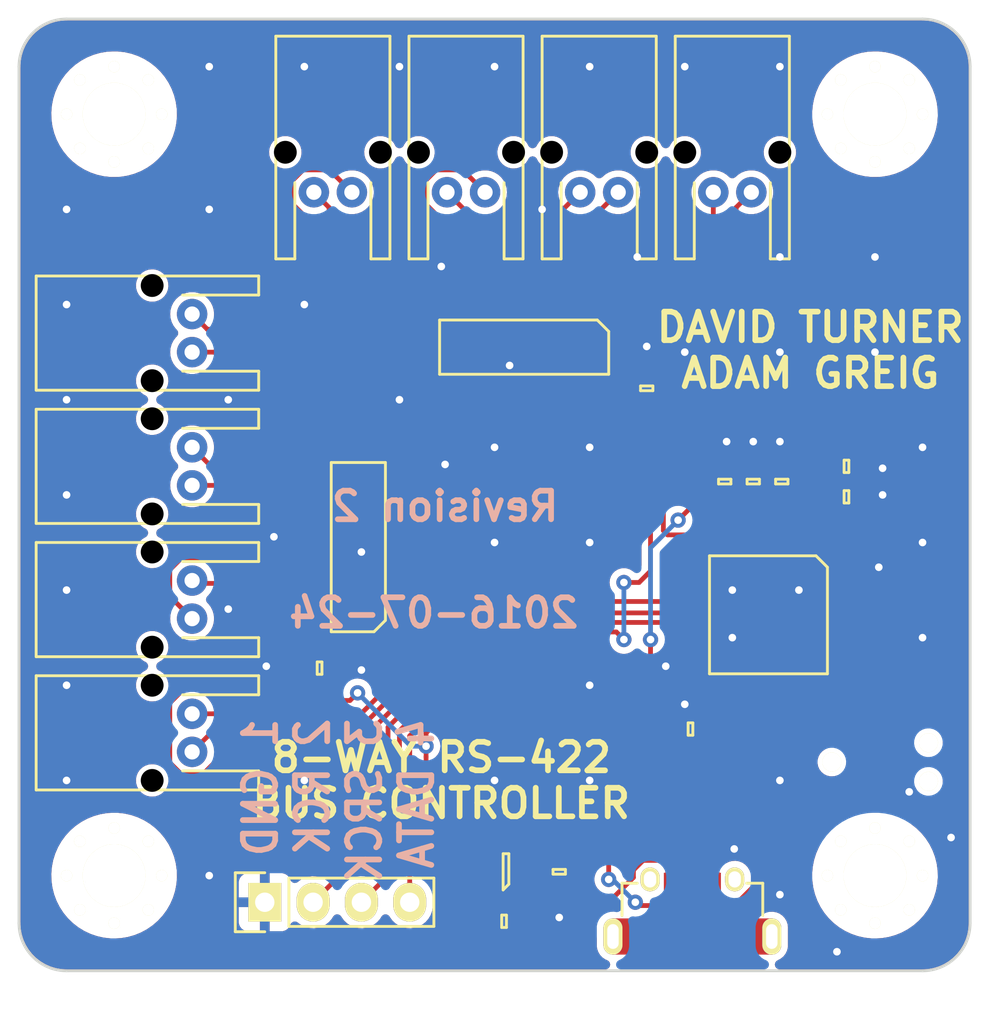
<source format=kicad_pcb>
(kicad_pcb (version 20221018) (generator pcbnew)
  (layers (0 "F.Cu" signal) (31 "B.Cu" signal) (34 "B.Paste" user) (35 "F.Paste" user) (36 "B.SilkS" user "B.Silkscreen") (37 "F.SilkS" user "F.Silkscreen") (38 "B.Mask" user) (39 "F.Mask" user) (44 "Edge.Cuts" user))
  (net 0 "")
  (net 1 "/TX")
  (net 2 "Net-(IC1-Pad2)")
  (net 3 "Net-(IC1-Pad3)")
  (net 4 "+5V")
  (net 5 "Net-(IC1-Pad6)")
  (net 6 "GND")
  (net 7 "Net-(IC1-Pad10)")
  (net 8 "Net-(IC1-Pad14)")
  (net 9 "/SHIFT_DATA")
  (net 10 "/SHIFT_SRCK")
  (net 11 "/SHIFT_RCK")
  (net 12 "+3V3")
  (net 13 "/nRST")
  (net 14 "Net-(IC1-Pad7)")
  (net 15 "Net-(IC1-Pad9)")
  (net 16 "Net-(IC1-Pad15)")
  (net 17 "Net-(IC1-Pad18)")
  (net 18 "Net-(IC1-Pad19)")
  (net 19 "Net-(IC1-Pad20)")
  (net 20 "/USB_D-")
  (net 21 "/USB_D+")
  (net 22 "Net-(IC1-Pad25)")
  (net 23 "Net-(IC1-Pad26)")
  (net 24 "Net-(IC1-Pad27)")
  (net 25 "Net-(IC1-Pad28)")
  (net 26 "Net-(IC1-Pad29)")
  (net 27 "Net-(IC1-Pad30)")
  (net 28 "Net-(IC3-Pad2)")
  (net 29 "Net-(IC3-Pad3)")
  (net 30 "Net-(IC3-Pad4)")
  (net 31 "Net-(IC3-Pad5)")
  (net 32 "Net-(IC3-Pad6)")
  (net 33 "Net-(IC3-Pad10)")
  (net 34 "Net-(IC3-Pad11)")
  (net 35 "Net-(IC3-Pad13)")
  (net 36 "Net-(IC3-Pad14)")
  (net 37 "Net-(IC4-Pad2)")
  (net 38 "Net-(IC4-Pad3)")
  (net 39 "Net-(IC4-Pad4)")
  (net 40 "Net-(IC4-Pad5)")
  (net 41 "Net-(IC4-Pad6)")
  (net 42 "Net-(IC4-Pad10)")
  (net 43 "Net-(IC4-Pad11)")
  (net 44 "Net-(IC4-Pad13)")
  (net 45 "Net-(IC4-Pad14)")
  (net 46 "Net-(J1-Pad4)")
  (net 47 "Net-(J1-PadS)")
  (net 48 "/SWDIO")
  (net 49 "/SWDCLK")
  (net 50 "Net-(P1-Pad6)")
  (footprint "Pin_Headers:Pin_Header_Straight_1x04" (layer "F.Cu") (at 72.92 106.4 90)
    (fp_text reference "P5" hide)
    (fp_text value "SHIFT" hide)
  )
  (footprint "agg:S02B-PASK-2" (layer "F.Cu") (at 69.1 97.5 90)
    (fp_text reference "P6" hide)
    (fp_text value "BUS1" hide)
  )
  (footprint "agg:S02B-PASK-2" (layer "F.Cu") (at 69.1 76.5 90)
    (fp_text reference "P7" hide)
    (fp_text value "BUS2" hide)
  )
  (footprint "agg:S02B-PASK-2" (layer "F.Cu") (at 69.1 83.5 90)
    (fp_text reference "P8" hide)
    (fp_text value "BUS3" hide)
  )
  (footprint "agg:S02B-PASK-2" (layer "F.Cu") (at 69.1 90.5 90)
    (fp_text reference "P9" hide)
    (fp_text value "BUS4" hide)
  )
  (footprint "agg:S02B-PASK-2" (layer "F.Cu") (at 90.5 69.1)
    (fp_text reference "P10" hide)
    (fp_text value "BUS5" hide)
  )
  (footprint "agg:S02B-PASK-2" (layer "F.Cu") (at 83.5 69.1)
    (fp_text reference "P11" hide)
    (fp_text value "BUS6" hide)
  )
  (footprint "agg:S02B-PASK-2" (layer "F.Cu") (at 76.5 69.1)
    (fp_text reference "P12" hide)
    (fp_text value "BUS7" hide)
  )
  (footprint "agg:S02B-PASK-2" (layer "F.Cu") (at 97.5 69.1)
    (fp_text reference "P13" hide)
    (fp_text value "BUS8" hide)
  )
  (footprint "agg:0603" (layer "F.Cu") (at 93 79.4 90)
    (fp_text reference "C1" hide)
    (fp_text value "100n" hide)
  )
  (footprint "agg:0603" (layer "F.Cu") (at 75.8 94.1)
    (fp_text reference "C2" hide)
    (fp_text value "100n" hide)
  )
  (footprint "agg:LQFP-32" (layer "F.Cu") (at 99.4 91.3 -90)
    (fp_text reference "IC1")
    (fp_text value "STM32F0xxKxTx")
  )
  (footprint "agg:SOT-23" (layer "F.Cu") (at 85.6 104.8 180)
    (fp_text reference "IC2")
    (fp_text value "MCP1700")
  )
  (footprint "agg:SOIC-16" (layer "F.Cu") (at 77.83785 87.743773 180)
    (fp_text reference "IC3")
    (fp_text value "AM26C31")
  )
  (footprint "agg:SOIC-16" (layer "F.Cu") (at 86.556227 77.23785 -90)
    (fp_text reference "IC4")
    (fp_text value "AM26C31")
  )
  (footprint "agg:MICROUSB_MOLEX_47589-0001" (layer "F.Cu") (at 95.4 108.2)
    (fp_text reference "J1")
    (fp_text value "MICROUSB")
  )
  (footprint "agg:0603" (layer "F.Cu") (at 88.4 104.8 -90)
    (fp_text reference "C10")
    (fp_text value "1u")
  )
  (footprint "agg:0603" (layer "F.Cu") (at 85.5 107.4)
    (fp_text reference "C9")
    (fp_text value "1u")
  )
  (footprint "agg:0603" (layer "F.Cu") (at 95.3 97.3 180)
    (fp_text reference "C8")
    (fp_text value "100n")
  )
  (footprint "agg:0603" (layer "F.Cu") (at 97.1 84.3 90)
    (fp_text reference "C7")
    (fp_text value "1u")
  )
  (footprint "agg:0603" (layer "F.Cu") (at 98.6 84.3 90)
    (fp_text reference "C6")
    (fp_text value "100n")
  )
  (footprint "agg:0603" (layer "F.Cu") (at 100.1 84.3 90)
    (fp_text reference "C5")
    (fp_text value "C")
  )
  (footprint "agg:0603" (layer "F.Cu") (at 103.5 83.5)
    (fp_text reference "C4")
    (fp_text value "10u")
  )
  (footprint "agg:0603" (layer "F.Cu") (at 103.5 85.1)
    (fp_text reference "C3")
    (fp_text value "100n")
  )
  (footprint "agg:TC2030-NL" (layer "F.Cu") (at 105.27 99.03)
    (fp_text reference "P1")
    (fp_text value "SWD_TC")
  )
  (footprint "agg:M3_MOUNT" (layer "F.Cu") (at 65 65)
    (fp_text reference "X4" hide)
    (fp_text value "PART" hide)
  )
  (footprint "agg:M3_MOUNT" (layer "F.Cu") (at 105 65)
    (fp_text reference "X3" hide)
    (fp_text value "PART" hide)
  )
  (footprint "agg:M3_MOUNT" (layer "F.Cu") (at 105 105)
    (fp_text reference "X2" hide)
    (fp_text value "PART" hide)
  )
  (footprint "agg:M3_MOUNT" (layer "F.Cu") (at 65 105)
    (fp_text reference "X1" hide)
    (fp_text value "PART" hide)
  )
  (gr_arc (start 110 107.5) (mid 109.267767 109.267767) (end 107.5 110) (stroke (width 0.15)) (layer "Edge.Cuts"))
  (gr_line (start 60 62.5) (end 60 107.5) (stroke (width 0.15)) (layer "Edge.Cuts"))
  (gr_line (start 107.5 110) (end 62.5 110) (stroke (width 0.15)) (layer "Edge.Cuts"))
  (gr_arc (start 62.5 110) (mid 60.732233 109.267767) (end 60 107.5) (stroke (width 0.15)) (layer "Edge.Cuts"))
  (gr_arc (start 107.5 60) (mid 109.267767 60.732233) (end 110 62.5) (stroke (width 0.15)) (layer "Edge.Cuts"))
  (gr_line (start 110 107.5) (end 110 62.5) (stroke (width 0.15)) (layer "Edge.Cuts"))
  (gr_arc (start 60 62.5) (mid 60.732233 60.732233) (end 62.5 60) (stroke (width 0.15)) (layer "Edge.Cuts"))
  (gr_line (start 107.5 60) (end 62.5 60) (stroke (width 0.15)) (layer "Edge.Cuts"))
  (gr_text "1 GND\n2 RCK\n3 SRCK\n4 DATA" (at 76.8 96.6 90) (layer "B.SilkS") (effects (font (size 1.7 1.5) (thickness 0.3)) (justify left mirror)))
  (gr_text "Revision 2" (at 82.4 85.6) (layer "B.SilkS") (effects (font (size 1.5 1.5) (thickness 0.3)) (justify mirror)))
  (gr_text "2016-07-24" (at 81.8 91.2) (layer "B.SilkS") (effects (font (size 1.5 1.5) (thickness 0.3)) (justify mirror)))
  (gr_text "DAVID TURNER\nADAM GREIG" (at 101.6 77.4) (layer "F.SilkS") (effects (font (size 1.5 1.5) (thickness 0.3))))
  (gr_text "8-WAY RS-422\nBUS CONTROLLER" (at 82.2 100) (layer "F.SilkS") (effects (font (size 1.5 1.5) (thickness 0.3))))
  (segment (start 83.381227 74.53785) (end 83.381227 75.56285) (width 0.25) (layer "F.Cu") (net 1))
  (segment (start 91.001227 75.798773) (end 91.001227 74.53785) (width 0.25) (layer "F.Cu") (net 1))
  (segment (start 67.924999 95.935999) (end 67.924999 99.064001) (width 0.25) (layer "F.Cu") (net 1))
  (segment (start 82.548377 81.4) (end 83.2 81.4) (width 0.25) (layer "F.Cu") (net 1))
  (segment (start 75.13785 90.918773) (end 72.942225 90.918773) (width 0.25) (layer "F.Cu") (net 1))
  (segment (start 69.664001 99.675001) (end 71.838992 97.50001) (width 0.25) (layer "F.Cu") (net 1))
  (segment (start 83.852151 76.033774) (end 86.566226 76.033774) (width 0.25) (layer "F.Cu") (net 1))
  (segment (start 76.16285 90.918773) (end 75.13785 90.918773) (width 0.25) (layer "F.Cu") (net 1))
  (segment (start 81.8 89.6) (end 81.8 84.568773) (width 0.25) (layer "F.Cu") (net 1))
  (segment (start 89.4 81.4) (end 89.731227 81.068773) (width 0.25) (layer "F.Cu") (net 1))
  (segment (start 89.731227 81.068773) (end 89.731227 79.93785) (width 0.25) (layer "F.Cu") (net 1))
  (segment (start 82.111227 79.93785) (end 82.111227 80.96285) (width 0.25) (layer "F.Cu") (net 1))
  (segment (start 89.731227 79.46285) (end 89.731227 79.93785) (width 0.4) (layer "F.Cu") (net 1))
  (segment (start 67.924999 99.064001) (end 68.535999 99.675001) (width 0.25) (layer "F.Cu") (net 1))
  (segment (start 82.687871 93.202994) (end 82.687871 90.487871) (width 0.25) (layer "F.Cu") (net 1))
  (segment (start 82.111227 80.41285) (end 82.111227 79.93785) (width 0.4) (layer "F.Cu") (net 1))
  (segment (start 90.766226 76.033774) (end 91.001227 75.798773) (width 0.25) (layer "F.Cu") (net 1))
  (segment (start 78.390855 97.50001) (end 82.687871 93.202994) (width 0.25) (layer "F.Cu") (net 1))
  (segment (start 89.731227 79.93785) (end 89.731227 78.268773) (width 0.25) (layer "F.Cu") (net 1))
  (segment (start 83.381227 74.53785) (end 83.381227 75.01285) (width 0.4) (layer "F.Cu") (net 1))
  (segment (start 92.627999 76.424999) (end 93.424999 76.424999) (width 0.25) (layer "F.Cu") (net 1))
  (segment (start 78.388773 92.188773) (end 80.53785 92.188773) (width 0.25) (layer "F.Cu") (net 1))
  (segment (start 86.566226 81.366226) (end 86.6 81.4) (width 0.25) (layer "F.Cu") (net 1))
  (segment (start 83.2 84) (end 83.2 81.4) (width 0.25) (layer "F.Cu") (net 1))
  (segment (start 76.6 90.481623) (end 76.681623 90.481623) (width 0.25) (layer "F.Cu") (net 1))
  (segment (start 83.2 81.4) (end 86.6 81.4) (width 0.25) (layer "F.Cu") (net 1))
  (segment (start 76.6 90.481623) (end 76.16285 90.918773) (width 0.25) (layer "F.Cu") (net 1))
  (segment (start 82.631227 84.568773) (end 81.8 84.568773) (width 0.25) (layer "F.Cu") (net 1))
  (segment (start 88.8 81.4) (end 89.4 81.4) (width 0.25) (layer "F.Cu") (net 1))
  (segment (start 82.111227 80.96285) (end 82.548377 81.4) (width 0.25) (layer "F.Cu") (net 1))
  (segment (start 93.875001 76.875001) (end 93.875001 86.875001) (width 0.25) (layer "F.Cu") (net 1))
  (segment (start 82.687871 84.512129) (end 83.2 84) (width 0.25) (layer "F.Cu") (net 1))
  (segment (start 93.424999 76.424999) (end 93.875001 76.875001) (width 0.25) (layer "F.Cu") (net 1))
  (segment (start 83.381227 75.56285) (end 83.852151 76.033774) (width 0.25) (layer "F.Cu") (net 1))
  (segment (start 89.731227 79.321771) (end 89.731227 79.93785) (width 0.25) (layer "F.Cu") (net 1))
  (segment (start 86.566226 76.033774) (end 86.566226 81.366226) (width 0.25) (layer "F.Cu") (net 1))
  (segment (start 90.2 77.8) (end 91.252998 77.8) (width 0.25) (layer "F.Cu") (net 1))
  (segment (start 68.535999 99.675001) (end 69.664001 99.675001) (width 0.25) (layer "F.Cu") (net 1))
  (segment (start 81.8 84.568773) (end 80.53785 84.568773) (width 0.25) (layer "F.Cu") (net 1))
  (segment (start 91.001227 75.01285) (end 91.001227 74.53785) (width 0.4) (layer "F.Cu") (net 1))
  (segment (start 76.6 84.353043) (end 76.6 90.481623) (width 0.25) (layer "F.Cu") (net 1))
  (segment (start 94.1 87.1) (end 96.6 87.1) (width 0.25) (layer "F.Cu") (net 1))
  (segment (start 82.687871 90.487871) (end 81.8 89.6) (width 0.25) (layer "F.Cu") (net 1))
  (segment (start 91.252998 77.8) (end 92.627999 76.424999) (width 0.25) (layer "F.Cu") (net 1))
  (segment (start 75.54573 83.298773) (end 76.6 84.353043) (width 0.25) (layer "F.Cu") (net 1))
  (segment (start 72.942225 90.918773) (end 67.924999 95.935999) (width 0.25) (layer "F.Cu") (net 1))
  (segment (start 86.566226 76.033774) (end 90.766226 76.033774) (width 0.25) (layer "F.Cu") (net 1))
  (segment (start 71.838992 97.50001) (end 78.390855 97.50001) (width 0.25) (layer "F.Cu") (net 1))
  (segment (start 82.687871 84.512129) (end 82.631227 84.568773) (width 0.25) (layer "F.Cu") (net 1))
  (segment (start 93.875001 86.875001) (end 94.1 87.1) (width 0.25) (layer "F.Cu") (net 1))
  (segment (start 89.731227 78.268773) (end 90.2 77.8) (width 0.25) (layer "F.Cu") (net 1))
  (segment (start 76.681623 90.481623) (end 78.388773 92.188773) (width 0.25) (layer "F.Cu") (net 1))
  (segment (start 86.6 81.4) (end 88.8 81.4) (width 0.25) (layer "F.Cu") (net 1))
  (segment (start 75.13785 83.298773) (end 75.54573 83.298773) (width 0.25) (layer "F.Cu") (net 1))
  (segment (start 84.7 107.4) (end 83.975 107.4) (width 0.25) (layer "F.Cu") (net 4))
  (segment (start 94.1 104.6) (end 94.1 105.525) (width 0.25) (layer "F.Cu") (net 4))
  (segment (start 84.7 107.4) (end 84.7 107.425) (width 0.25) (layer "F.Cu") (net 4))
  (segment (start 81.4 98.765685) (end 81.4 98.2) (width 0.25) (layer "F.Cu") (net 4))
  (segment (start 92.29999 104.712559) (end 92.812559 104.19999) (width 0.25) (layer "F.Cu") (net 4))
  (segment (start 93.2 80.4) (end 93.2 89) (width 0.25) (layer "F.Cu") (net 4))
  (segment (start 91.73785 79.93785) (end 91.001227 79.93785) (width 0.25) (layer "F.Cu") (net 4))
  (segment (start 93.69999 104.19999) (end 94.1 104.6) (width 0.25) (layer "F.Cu") (net 4))
  (segment (start 92.812559 104.19999) (end 93.69999 104.19999) (width 0.25) (layer "F.Cu") (net 4))
  (segment (start 75 95.2) (end 75.6 95.8) (width 0.25) (layer "F.Cu") (net 4))
  (segment (start 91.4 92.2) (end 91.8 92.6) (width 0.25) (layer "F.Cu") (net 4))
  (segment (start 83.975 107.4) (end 81.4 104.825) (width 0.25) (layer "F.Cu") (net 4))
  (segment (start 84.7 104.85) (end 84.65 104.8) (width 0.4) (layer "F.Cu") (net 4))
  (segment (start 84.7 106.6) (end 84.7 105.05) (width 0.25) (layer "F.Cu") (net 4))
  (segment (start 84.7 107.4) (end 84.7 108.15) (width 0.25) (layer "F.Cu") (net 4))
  (segment (start 92.975 80.3) (end 93 80.3) (width 0.4) (layer "F.Cu") (net 4))
  (segment (start 81.4 97.50712) (end 86.70712 92.2) (width 0.25) (layer "F.Cu") (net 4))
  (segment (start 84.95 108.4) (end 89 108.4) (width 0.25) (layer "F.Cu") (net 4))
  (segment (start 75.6 95.8) (end 77.4 95.8) (width 0.25) (layer "F.Cu") (net 4))
  (segment (start 92 80.2) (end 91.73785 79.93785) (width 0.25) (layer "F.Cu") (net 4))
  (segment (start 77.4 95.8) (end 77.8 95.4) (width 0.25) (layer "F.Cu") (net 4))
  (segment (start 84.7 108.15) (end 84.95 108.4) (width 0.25) (layer "F.Cu") (net 4))
  (segment (start 84.25 104.8) (end 84.45 104.8) (width 0.25) (layer "F.Cu") (net 4))
  (segment (start 92.6 89.6) (end 91.8 89.6) (width 0.25) (layer "F.Cu") (net 4))
  (segment (start 93 80.2) (end 92 80.2) (width 0.25) (layer "F.Cu") (net 4))
  (segment (start 93 80.2) (end 93.2 80.4) (width 0.25) (layer "F.Cu") (net 4))
  (segment (start 81.4 104.825) (end 81.4 98.765685) (width 0.25) (layer "F.Cu") (net 4))
  (segment (start 75 94.1) (end 75 95.2) (width 0.25) (layer "F.Cu") (net 4))
  (segment (start 75.13785 93.96215) (end 75 94.1) (width 0.25) (layer "F.Cu") (net 4))
  (segment (start 84.7 107.4) (end 84.7 106.6) (width 0.25) (layer "F.Cu") (net 4))
  (segment (start 75.13785 92.188773) (end 75.13785 93.96215) (width 0.25) (layer "F.Cu") (net 4))
  (segment (start 81.4 98.2) (end 81.4 97.50712) (width 0.25) (layer "F.Cu") (net 4))
  (segment (start 92.29999 105.10001) (end 92.29999 104.712559) (width 0.25) (layer "F.Cu") (net 4))
  (segment (start 93.2 89) (end 92.6 89.6) (width 0.25) (layer "F.Cu") (net 4))
  (segment (start 86.70712 92.2) (end 91.4 92.2) (width 0.25) (layer "F.Cu") (net 4))
  (segment (start 84.7 105.05) (end 84.45 104.8) (width 0.25) (layer "F.Cu") (net 4))
  (segment (start 89 108.4) (end 92.29999 105.10001) (width 0.25) (layer "F.Cu") (net 4))
  (via (at 77.8 95.4) (size 0.8) (drill 0.4) (layers "F.Cu" "B.Cu") (net 4))
  (via (at 91.8 92.6) (size 0.8) (drill 0.4) (layers "F.Cu" "B.Cu") (net 4))
  (via (at 81.4 98.2) (size 0.8) (drill 0.4) (layers "F.Cu" "B.Cu") (net 4))
  (via (at 91.8 89.6) (size 0.8) (drill 0.4) (layers "F.Cu" "B.Cu") (net 4))
  (segment (start 91.8 92.6) (end 91.8 89.6) (width 0.25) (layer "B.Cu") (net 4))
  (segment (start 77.8 95.4) (end 80.6 98.2) (width 0.25) (layer "B.Cu") (net 4))
  (segment (start 80.6 98.2) (end 81.4 98.2) (width 0.25) (layer "B.Cu") (net 4))
  (segment (start 97.1 83.5) (end 97.1 82.3) (width 0.25) (layer "F.Cu") (net 6))
  (segment (start 76.6 94.1) (end 77.9 94.1) (width 0.25) (layer "F.Cu") (net 6))
  (segment (start 97.5 92.5) (end 97.5 90) (width 0.25) (layer "F.Cu") (net 6))
  (segment (start 80.53785 83.298773) (end 82.298773 83.298773) (width 0.25) (layer "F.Cu") (net 6))
  (segment (start 82.111227 73.088773) (end 82.2 73) (width 0.25) (layer "F.Cu") (net 6))
  (segment (start 95.2 94.1) (end 94.1 94.1) (width 0.25) (layer "F.Cu") (net 6))
  (segment (start 75 100) (end 70 105) (width 0.25) (layer "F.Cu") (net 6))
  (segment (start 100 72.5) (end 105 72.5) (width 0.25) (layer "F.Cu") (net 6))
  (segment (start 96.7 104.5) (end 97.6 103.6) (width 0.25) (layer "F.Cu") (net 6))
  (segment (start 88.4 105.6) (end 88.4 107.2) (width 0.25) (layer "F.Cu") (net 6))
  (segment (start 90 62.5) (end 95 62.5) (width 0.25) (layer "F.Cu") (net 6))
  (segment (start 105.3 83.5) (end 105.4 83.6) (width 0.25) (layer "F.Cu") (net 6))
  (segment (start 105 77.5) (end 100 77.5) (width 0.25) (layer "F.Cu") (net 6))
  (segment (start 104.3 85.1) (end 105.3 85.1) (width 0.25) (layer "F.Cu") (net 6))
  (segment (start 86.3 107.4) (end 88.2 107.4) (width 0.25) (layer "F.Cu") (net 6))
  (segment (start 80 62.5) (end 85 62.5) (width 0.25) (layer "F.Cu") (net 6))
  (segment (start 90 87.5) (end 85 87.5) (width 0.25) (layer "F.Cu") (net 6))
  (segment (start 100 106) (end 103 109) (width 0.25) (layer "F.Cu") (net 6))
  (segment (start 88.4 107.2) (end 88.2 107.4) (width 0.25) (layer "F.Cu") (net 6))
  (segment (start 70 70) (end 62.5 70) (width 0.25) (layer "F.Cu") (net 6))
  (segment (start 62.5 75) (end 62.5 80) (width 0.25) (layer "F.Cu") (net 6))
  (segment (start 70 62.5) (end 75 62.5) (width 0.25) (layer "F.Cu") (net 6))
  (segment (start 62.5 85) (end 62.5 90) (width 0.25) (layer "F.Cu") (net 6))
  (segment (start 85.921227 79.93785) (end 85.921227 78.330001) (width 0.25) (layer "F.Cu") (net 6))
  (segment (start 103.6 88.5) (end 104.9 88.5) (width 0.25) (layer "F.Cu") (net 6))
  (segment (start 94.5 97.3) (end 94.5 96.5) (width 0.25) (layer "F.Cu") (net 6))
  (segment (start 96.7 105.525) (end 96.7 104.5) (width 0.25) (layer "F.Cu") (net 6))
  (segment (start 93 78.6) (end 93 77.2) (width 0.25) (layer "F.Cu") (net 6))
  (segment (start 100.1 83.5) (end 100.1 82.3) (width 0.25) (layer "F.Cu") (net 6))
  (segment (start 104.9 88.5) (end 105.2 88.8) (width 0.25) (layer "F.Cu") (net 6))
  (segment (start 105 80) (end 107.5 82.5) (width 0.25) (layer "F.Cu") (net 6))
  (segment (start 85.921227 78.330001) (end 85.791226 78.2) (width 0.25) (layer "F.Cu") (net 6))
  (segment (start 85 82.5) (end 90 82.5) (width 0.25) (layer "F.Cu") (net 6))
  (segment (start 105 77.5) (end 105 80) (width 0.25) (layer "F.Cu") (net 6))
  (segment (start 73.491227 87.108773) (end 73.4 87.2) (width 0.25) (layer "F.Cu") (net 6))
  (segment (start 98.6 83.5) (end 98.6 82.2) (width 0.25) (layer "F.Cu") (net 6))
  (segment (start 107.5 87.5) (end 107.5 92.5) (width 0.25) (layer "F.Cu") (net 6))
  (segment (start 103.6 89.3) (end 104.7 89.3) (width 0.25) (layer "F.Cu") (net 6))
  (segment (start 88.25 105.75) (end 88.4 105.6) (width 0.25) (layer "F.Cu") (net 6))
  (segment (start 105.3 85.1) (end 105.4 85) (width 0.25) (layer "F.Cu") (net 6))
  (segment (start 104.3 83.5) (end 105.3 83.5) (width 0.25) (layer "F.Cu") (net 6))
  (segment (start 94.5 96.5) (end 95 96) (width 0.25) (layer "F.Cu") (net 6))
  (segment (start 62.5 95) (end 62.5 100) (width 0.25) (layer "F.Cu") (net 6))
  (segment (start 86.75 105.75) (end 88.25 105.75) (width 0.25) (layer "F.Cu") (net 6))
  (segment (start 106.54 99.67) (end 106.54 100.340591) (width 0.25) (layer "F.Cu") (net 6))
  (segment (start 80 80) (end 75 75) (width 0.25) (layer "F.Cu") (net 6))
  (segment (start 100.1 82.3) (end 100 82.2) (width 0.25) (layer "F.Cu") (net 6))
  (segment (start 82.111227 74.53785) (end 82.111227 73.088773) (width 0.25) (layer "F.Cu") (net 6))
  (segment (start 94.1 94.1) (end 94 94) (width 0.25) (layer "F.Cu") (net 6))
  (segment (start 82.298773 83.298773) (end 82.4 83.4) (width 0.25) (layer "F.Cu") (net 6))
  (segment (start 106.54 100.340591) (end 106.799617 100.600208) (width 0.25) (layer "F.Cu") (net 6))
  (segment (start 104.7 89.3) (end 105.2 88.8) (width 0.25) (layer "F.Cu") (net 6))
  (segment (start 97.1 82.3) (end 97.2 82.2) (width 0.25) (layer "F.Cu") (net 6))
  (segment (start 75.13785 87.108773) (end 73.491227 87.108773) (width 0.25) (layer "F.Cu") (net 6))
  (segment (start 77.9 94.1) (end 78 94.2) (width 0.25) (layer "F.Cu") (net 6))
  (segment (start 90 95) (end 85 100) (width 0.25) (layer "F.Cu") (net 6))
  (via (at 93 77.2) (size 0.8) (drill 0.4) (layers "F.Cu" "B.Cu") (net 6))
  (via (at 75 75) (size 0.8) (drill 0.4) (layers "F.Cu" "B.Cu") (net 6))
  (via (at 62.5 100) (size 0.8) (drill 0.4) (layers "F.Cu" "B.Cu") (net 6))
  (via (at 87.5 70) (size 0.8) (drill 0.4) (layers "F.Cu" "B.Cu") (net 6))
  (via (at 80 80) (size 0.8) (drill 0.4) (layers "F.Cu" "B.Cu") (net 6))
  (via (at 97.5 90) (size 0.8) (drill 0.4) (layers "F.Cu" "B.Cu") (net 6))
  (via (at 97.5 92.5) (size 0.8) (drill 0.4) (layers "F.Cu" "B.Cu") (net 6))
  (via (at 100 77.5) (size 0.8) (drill 0.4) (layers "F.Cu" "B.Cu") (net 6))
  (via (at 82.4 83.4) (size 0.8) (drill 0.4) (layers "F.Cu" "B.Cu") (net 6))
  (via (at 106.799617 100.600208) (size 0.8) (drill 0.4) (layers "F.Cu" "B.Cu") (net 6))
  (via (at 92.5 72.5) (size 0.8) (drill 0.4) (layers "F.Cu" "B.Cu") (net 6))
  (via (at 85.791226 78.2) (size 0.8) (drill 0.4) (layers "F.Cu" "B.Cu") (net 6))
  (via (at 100 62.5) (size 0.8) (drill 0.4) (layers "F.Cu" "B.Cu") (net 6))
  (via (at 107.5 92.5) (size 0.8) (drill 0.4) (layers "F.Cu" "B.Cu") (net 6))
  (via (at 95 96) (size 0.8) (drill 0.4) (layers "F.Cu" "B.Cu") (net 6))
  (via (at 90 82.5) (size 0.8) (drill 0.4) (layers "F.Cu" "B.Cu") (net 6))
  (via (at 85 62.5) (size 0.8) (drill 0.4) (layers "F.Cu" "B.Cu") (net 6))
  (via (at 62.5 90) (size 0.8) (drill 0.4) (layers "F.Cu" "B.Cu") (net 6))
  (via (at 75 100) (size 0.8) (drill 0.4) (layers "F.Cu" "B.Cu") (net 6))
  (via (at 105 72.5) (size 0.8) (drill 0.4) (layers "F.Cu" "B.Cu") (net 6))
  (via (at 80 62.5) (size 0.8) (drill 0.4) (layers "F.Cu" "B.Cu") (net 6))
  (via (at 82.2 73) (size 0.8) (drill 0.4) (layers "F.Cu" "B.Cu") (net 6))
  (via (at 73 94) (size 0.8) (drill 0.4) (layers "F.Cu" "B.Cu") (net 6))
  (via (at 71 91) (size 0.8) (drill 0.4) (layers "F.Cu" "B.Cu") (net 6))
  (via (at 70 70) (size 0.8) (drill 0.4) (layers "F.Cu" "B.Cu") (net 6))
  (via (at 105.4 83.6) (size 0.8) (drill 0.4) (layers "F.Cu" "B.Cu") (net 6))
  (via (at 90 95) (size 0.8) (drill 0.4) (layers "F.Cu" "B.Cu") (net 6))
  (via (at 73.4 87.2) (size 0.8) (drill 0.4) (layers "F.Cu" "B.Cu") (net 6))
  (via (at 107.5 82.5) (size 0.8) (drill 0.4) (layers "F.Cu" "B.Cu") (net 6))
  (via (at 85 87.5) (size 0.8) (drill 0.4) (layers "F.Cu" "B.Cu") (net 6))
  (via (at 100 106) (size 0.8) (drill 0.4) (layers "F.Cu" "B.Cu") (net 6))
  (via (at 105 77.5) (size 0.8) (drill 0.4) (layers "F.Cu" "B.Cu") (net 6))
  (via (at 100 72.5) (size 0.8) (drill 0.4) (layers "F.Cu" "B.Cu") (net 6))
  (via (at 62.5 70) (size 0.8) (drill 0.4) (layers "F.Cu" "B.Cu") (net 6))
  (via (at 88.4 107.2) (size 0.8) (drill 0.4) (layers "F.Cu" "B.Cu") (net 6))
  (via (at 105.2 88.8) (size 0.8) (drill 0.4) (layers "F.Cu" "B.Cu") (net 6))
  (via (at 62.5 80) (size 0.8) (drill 0.4) (layers "F.Cu" "B.Cu") (net 6))
  (via (at 95 62.5) (size 0.8) (drill 0.4) (layers "F.Cu" "B.Cu") (net 6))
  (via (at 109 103) (size 0.8) (drill 0.4) (layers "F.Cu" "B.Cu") (net 6))
  (via (at 97.6 103.6) (size 0.8) (drill 0.4) (layers "F.Cu" "B.Cu") (net 6))
  (via (at 71 80) (size 0.8) (drill 0.4) (layers "F.Cu" "B.Cu") (net 6))
  (via (at 101 90) (size 0.8) (drill 0.4) (layers "F.Cu" "B.Cu") (net 6))
  (via (at 62.5 75) (size 0.8) (drill 0.4) (layers "F.Cu" "B.Cu") (net 6))
  (via (at 103 109) (size 0.8) (drill 0.4) (layers "F.Cu" "B.Cu") (net 6))
  (via (at 62.5 95) (size 0.8) (drill 0.4) (layers "F.Cu" "B.Cu") (net 6))
  (via (at 90 100) (size 0.8) (drill 0.4) (layers "F.Cu" "B.Cu") (net 6))
  (via (at 98.6 82.2) (size 0.8) (drill 0.4) (layers "F.Cu" "B.Cu") (net 6))
  (via (at 107.5 87.5) (size 0.8) (drill 0.4) (layers "F.Cu" "B.Cu") (net 6))
  (via (at 97.2 82.2) (size 0.8) (drill 0.4) (layers "F.Cu" "B.Cu") (net 6))
  (via (at 100 100) (size 0.8) (drill 0.4) (layers "F.Cu" "B.Cu") (net 6))
  (via (at 75 62.5) (size 0.8) (drill 0.4) (layers "F.Cu" "B.Cu") (net 6))
  (via (at 95 77.5) (size 0.8) (drill 0.4) (layers "F.Cu" "B.Cu") (net 6))
  (via (at 100 82.2) (size 0.8) (drill 0.4) (layers "F.Cu" "B.Cu") (net 6))
  (via (at 90 62.5) (size 0.8) (drill 0.4) (layers "F.Cu" "B.Cu") (net 6))
  (via (at 85 100) (size 0.8) (drill 0.4) (layers "F.Cu" "B.Cu") (net 6))
  (via (at 62.5 85) (size 0.8) (drill 0.4) (layers "F.Cu" "B.Cu") (net 6))
  (via (at 70 105) (size 0.8) (drill 0.4) (layers "F.Cu" "B.Cu") (net 6))
  (via (at 94 94) (size 0.8) (drill 0.4) (layers "F.Cu" "B.Cu") (net 6))
  (via (at 78 88) (size 0.8) (drill 0.4) (layers "F.Cu" "B.Cu") (net 6))
  (via (at 85 82.5) (size 0.8) (drill 0.4) (layers "F.Cu" "B.Cu") (net 6))
  (via (at 78 94.2) (size 0.8) (drill 0.4) (layers "F.Cu" "B.Cu") (net 6))
  (via (at 105.4 85) (size 0.8) (drill 0.4) (layers "F.Cu" "B.Cu") (net 6))
  (via (at 70 62.5) (size 0.8) (drill 0.4) (layers "F.Cu" "B.Cu") (net 6))
  (via (at 90 87.5) (size 0.8) (drill 0.4) (layers "F.Cu" "B.Cu") (net 6))
  (segment (start 74.4 83.4) (end 71 80) (width 0.25) (layer "B.Cu") (net 6))
  (segment (start 73 93) (end 71 91) (width 0.25) (layer "B.Cu") (net 6))
  (segment (start 95 62.5) (end 100 62.5) (width 0.25) (layer "B.Cu") (net 6))
  (segment (start 78 94.2) (end 73.2 94.2) (width 0.25) (layer "B.Cu") (net 6))
  (segment (start 62.5 90) (end 62.5 95) (width 0.25) (layer "B.Cu") (net 6))
  (segment (start 105 72.5) (end 105 77.5) (width 0.25) (layer "B.Cu") (net 6))
  (segment (start 106.799617 100.799617) (end 109 103) (width 0.25) (layer "B.Cu") (net 6))
  (segment (start 100 100) (end 100 106) (width 0.25) (layer "B.Cu") (net 6))
  (segment (start 75 75) (end 70 70) (width 0.25) (layer "B.Cu") (net 6))
  (segment (start 97.6 103.6) (end 97.6 102.4) (width 0.25) (layer "B.Cu") (net 6))
  (segment (start 97.6 102.4) (end 100 100) (width 0.25) (layer "B.Cu") (net 6))
  (segment (start 62.5 80) (end 62.5 85) (width 0.25) (layer "B.Cu") (net 6))
  (segment (start 87.5 70) (end 90 72.5) (width 0.25) (layer "B.Cu") (net 6))
  (segment (start 95 96) (end 91 96) (width 0.25) (layer "B.Cu") (net 6))
  (segment (start 97.5 90) (end 101 90) (width 0.25) (layer "B.Cu") (net 6))
  (segment (start 73 94) (end 73 93) (width 0.25) (layer "B.Cu") (net 6))
  (segment (start 106.799617 100.600208) (end 106.799617 100.799617) (width 0.25) (layer "B.Cu") (net 6))
  (segment (start 90 72.5) (end 92.5 72.5) (width 0.25) (layer "B.Cu") (net 6))
  (segment (start 107.5 82.5) (end 107.5 87.5) (width 0.25) (layer "B.Cu") (net 6))
  (segment (start 85 100) (end 90 100) (width 0.25) (layer "B.Cu") (net 6))
  (segment (start 82.2 73) (end 84.5 73) (width 0.25) (layer "B.Cu") (net 6))
  (segment (start 100 77.5) (end 95 77.5) (width 0.25) (layer "B.Cu") (net 6))
  (segment (start 84.1 83.4) (end 85 82.5) (width 0.25) (layer "B.Cu") (net 6))
  (segment (start 78 94.2) (end 78 88) (width 0.25) (layer "B.Cu") (net 6))
  (segment (start 73.2 94.2) (end 73 94) (width 0.25) (layer "B.Cu") (net 6))
  (segment (start 82.4 83.4) (end 84.1 83.4) (width 0.25) (layer "B.Cu") (net 6))
  (segment (start 85 62.5) (end 90 62.5) (width 0.25) (layer "B.Cu") (net 6))
  (segment (start 91 96) (end 90 95) (width 0.25) (layer "B.Cu") (net 6))
  (segment (start 100 95) (end 97.5 92.5) (width 0.25) (layer "B.Cu") (net 6))
  (segment (start 92.5 72.5) (end 100 72.5) (width 0.25) (layer "B.Cu") (net 6))
  (segment (start 82.4 83.4) (end 74.4 83.4) (width 0.25) (layer "B.Cu") (net 6))
  (segment (start 90 82.5) (end 90 87.5) (width 0.25) (layer "B.Cu") (net 6))
  (segment (start 62.5 70) (end 62.5 75) (width 0.25) (layer "B.Cu") (net 6))
  (segment (start 85 100) (end 75 100) (width 0.25) (layer "B.Cu") (net 6))
  (segment (start 75 62.5) (end 80 62.5) (width 0.25) (layer "B.Cu") (net 6))
  (segment (start 70 70) (end 70 62.5) (width 0.25) (layer "B.Cu") (net 6))
  (segment (start 100 100) (end 100 95) (width 0.25) (layer "B.Cu") (net 6))
  (segment (start 82.5 82.5) (end 80 80) (width 0.25) (layer "B.Cu") (net 6))
  (segment (start 85 82.5) (end 82.5 82.5) (width 0.25) (layer "B.Cu") (net 6))
  (segment (start 84.5 73) (end 87.5 70) (width 0.25) (layer "B.Cu") (net 6))
  (segment (start 86.5 91.7) (end 80.54 97.66) (width 0.25) (layer "F.Cu") (net 9))
  (segment (start 80.54 97.66) (end 80.54 106.4) (width 0.25) (layer "F.Cu") (net 9))
  (segment (start 95.2 91.7) (end 86.5 91.7) (width 0.25) (layer "F.Cu") (net 9))
  (segment (start 78 106.2476) (end 78 106.4) (width 0.25) (layer "F.Cu") (net 10))
  (segment (start 80 97.4) (end 86.2 91.2) (width 0.25) (layer "F.Cu") (net 10))
  (segment (start 86.2 91.2) (end 94 91.2) (width 0.25) (layer "F.Cu") (net 10))
  (segment (start 94.3 90.9) (end 95.2 90.9) (width 0.25) (layer "F.Cu") (net 10))
  (segment (start 94 91.2) (end 94.3 90.9) (width 0.25) (layer "F.Cu") (net 10))
  (segment (start 78 106.4) (end 80 104.4) (width 0.25) (layer "F.Cu") (net 10))
  (segment (start 80 104.4) (end 80 97.4) (width 0.25) (layer "F.Cu") (net 10))
  (segment (start 94.3 90.1) (end 95.2 90.1) (width 0.25) (layer "F.Cu") (net 11))
  (segment (start 79.4 97.2) (end 86 90.6) (width 0.25) (layer "F.Cu") (net 11))
  (segment (start 86 90.6) (end 93.8 90.6) (width 0.25) (layer "F.Cu") (net 11))
  (segment (start 77.06 104.8) (end 78.6 104.8) (width 0.25) (layer "F.Cu") (net 11))
  (segment (start 78.6 104.8) (end 79.4 104) (width 0.25) (layer "F.Cu") (net 11))
  (segment (start 93.8 90.6) (end 94.3 90.1) (width 0.25) (layer "F.Cu") (net 11))
  (segment (start 75.46 106.4) (end 77.06 104.8) (width 0.25) (layer "F.Cu") (net 11))
  (segment (start 75.46 106.2476) (end 75.46 106.4) (width 0.25) (layer "F.Cu") (net 11))
  (segment (start 79.4 104) (end 79.4 97.2) (width 0.25) (layer "F.Cu") (net 11))
  (segment (start 102.2 81.3) (end 96.952998 81.3) (width 0.25) (layer "F.Cu") (net 12))
  (segment (start 88.4 104) (end 88.425 104) (width 0.25) (layer "F.Cu") (net 12))
  (segment (start 96.1 101.5) (end 94 103.6) (width 0.25) (layer "F.Cu") (net 12))
  (segment (start 96.2 84.95) (end 96 84.75) (width 0.25) (layer "F.Cu") (net 12))
  (segment (start 96.952998 81.3) (end 96 82.252998) (width 0.25) (layer "F.Cu") (net 12))
  (segment (start 102.2 81.3) (end 102.6 81.3) (width 0.25) (layer "F.Cu") (net 12))
  (segment (start 96.35 85.1) (end 96.2 84.95) (width 0.25) (layer "F.Cu") (net 12))
  (segment (start 102.2 87.1) (end 102.2 85.6) (width 0.25) (layer "F.Cu") (net 12))
  (segment (start 98.6 85.1) (end 97.1 85.1) (width 0.25) (layer "F.Cu") (net 12))
  (segment (start 96 82.252998) (end 96 84.050002) (width 0.25) (layer "F.Cu") (net 12))
  (segment (start 97.1 85.1) (end 96.35 85.1) (width 0.25) (layer "F.Cu") (net 12))
  (segment (start 92.4 106.4) (end 92.575001 106.575001) (width 0.25) (layer "F.Cu") (net 12))
  (segment (start 102.7 81.4) (end 102.6 81.3) (width 0.25) (layer "F.Cu") (net 12))
  (segment (start 96.6 95.5) (end 96.6 96.8) (width 0.25) (layer "F.Cu") (net 12))
  (segment (start 96.1 97.3) (end 96.1 98.4) (width 0.25) (layer "F.Cu") (net 12))
  (segment (start 96 84.75) (end 96 84.4) (width 0.25) (layer "F.Cu") (net 12))
  (segment (start 102.2 85.6) (end 102.7 85.1) (width 0.25) (layer "F.Cu") (net 12))
  (segment (start 103.987451 99.682549) (end 104 99.67) (width 0.25) (layer "F.Cu") (net 12))
  (segment (start 101.9 81.3) (end 102.2 81.3) (width 0.25) (layer "F.Cu") (net 12))
  (segment (start 86.75 103.85) (end 88.25 103.85) (width 0.25) (layer "F.Cu") (net 12))
  (segment (start 102.7 83.5) (end 102.7 81.4) (width 0.25) (layer "F.Cu") (net 12))
  (segment (start 96.2 84.95) (end 96.025001 84.95) (width 0.25) (layer "F.Cu") (net 12))
  (segment (start 93.2 92.6) (end 93.2 97.650002) (width 0.25) (layer "F.Cu") (net 12))
  (segment (start 97.61245 106.575001) (end 103.987451 100.2) (width 0.25) (layer "F.Cu") (net 12))
  (segment (start 96 84.050002) (end 96 84.75) (width 0.25) (layer "F.Cu") (net 12))
  (segment (start 92.575001 106.575001) (end 97.61245 106.575001) (width 0.25) (layer "F.Cu") (net 12))
  (segment (start 98.6 85.1) (end 99 85.5) (width 0.25) (layer "F.Cu") (net 12))
  (segment (start 96.1 98.4) (end 96.1 101.5) (width 0.25) (layer "F.Cu") (net 12))
  (segment (start 102.7 83.5) (end 102.7 85.1) (width 0.25) (layer "F.Cu") (net 12))
  (segment (start 88.25 103.85) (end 88.4 104) (width 0.25) (layer "F.Cu") (net 12))
  (segment (start 96.6 96.8) (end 96.1 97.3) (width 0.25) (layer "F.Cu") (net 12))
  (segment (start 99 85.5) (end 99 87.1) (width 0.25) (layer "F.Cu") (net 12))
  (segment (start 93.949998 98.4) (end 96.1 98.4) (width 0.25) (layer "F.Cu") (net 12))
  (segment (start 92.2 104) (end 91 104) (width 0.25) (layer "F.Cu") (net 12))
  (segment (start 92.6 103.6) (end 92.2 104) (width 0.25) (layer "F.Cu") (net 12))
  (segment (start 94 103.6) (end 92.6 103.6) (width 0.25) (layer "F.Cu") (net 12))
  (segment (start 96.025001 84.95) (end 94.650001 86.325) (width 0.25) (layer "F.Cu") (net 12))
  (segment (start 91 104) (end 91 105.2) (width 0.25) (layer "F.Cu") (net 12))
  (segment (start 91 104) (end 88.4 104) (width 0.25) (layer "F.Cu") (net 12))
  (segment (start 93.2 97.650002) (end 93.949998 98.4) (width 0.25) (layer "F.Cu") (net 12))
  (segment (start 103.987451 100.2) (end 103.987451 99.682549) (width 0.25) (layer "F.Cu") (net 12))
  (via (at 93.2 92.6) (size 0.8) (drill 0.4) (layers "F.Cu" "B.Cu") (net 12))
  (via (at 94.650001 86.325) (size 0.8) (drill 0.4) (layers "F.Cu" "B.Cu") (net 12))
  (via (at 92.4 106.4) (size 0.8) (drill 0.4) (layers "F.Cu" "B.Cu") (net 12))
  (via (at 91 105.2) (size 0.8) (drill 0.4) (layers "F.Cu" "B.Cu") (net 12))
  (segment (start 93.2 87.775001) (end 93.2 92.6) (width 0.25) (layer "B.Cu") (net 12))
  (segment (start 91.2 105.2) (end 92.4 106.4) (width 0.25) (layer "B.Cu") (net 12))
  (segment (start 94.650001 86.325) (end 93.2 87.775001) (width 0.25) (layer "B.Cu") (net 12))
  (segment (start 91 105.2) (end 91.2 105.2) (width 0.25) (layer "B.Cu") (net 12))
  (segment (start 103 95.6) (end 103.4 96) (width 0.25) (layer "F.Cu") (net 13))
  (segment (start 103 94.935002) (end 103 95.6) (width 0.25) (layer "F.Cu") (net 13))
  (segment (start 99.8 91.735002) (end 103 94.935002) (width 0.25) (layer "F.Cu") (net 13))
  (segment (start 108.685001 100.471001) (end 107.780793 101.375209) (width 0.25) (layer "F.Cu") (net 13))
  (segment (start 99.8 85.4) (end 99.8 87.1) (width 0.25) (layer "F.Cu") (net 13))
  (segment (start 108.685001 97.598999) (end 108.685001 100.471001) (width 0.25) (layer "F.Cu") (net 13))
  (segment (start 99.8 87.1) (end 99.8 91.735002) (width 0.25) (layer "F.Cu") (net 13))
  (segment (start 107.780793 101.375209) (end 106.418716 101.375209) (width 0.25) (layer "F.Cu") (net 13))
  (segment (start 106.418716 101.375209) (end 105.27 100.226493) (width 0.25) (layer "F.Cu") (net 13))
  (segment (start 105.27 100.226493) (end 105.27 99.67) (width 0.25) (layer "F.Cu") (net 13))
  (segment (start 107.086002 96) (end 108.685001 97.598999) (width 0.25) (layer "F.Cu") (net 13))
  (segment (start 103.4 96) (end 107.086002 96) (width 0.25) (layer "F.Cu") (net 13))
  (segment (start 100.1 85.1) (end 99.8 85.4) (width 0.25) (layer "F.Cu") (net 13))
  (segment (start 94.749992 104.719244) (end 94.749992 103.850008) (width 0.4) (layer "F.Cu") (net 20))
  (segment (start 94.749992 103.850008) (end 96.8 101.8) (width 0.4) (layer "F.Cu") (net 20))
  (segment (start 98.6 96.6) (end 99.6 96.6) (width 0.4) (layer "F.Cu") (net 20))
  (segment (start 96.8 101.8) (end 96.8 98.4) (width 0.4) (layer "F.Cu") (net 20))
  (segment (start 99.6 96.6) (end 99.8 96.4) (width 0.4) (layer "F.Cu") (net 20))
  (segment (start 99.8 96.4) (end 99.8 95.5) (width 0.4) (layer "F.Cu") (net 20))
  (segment (start 94.75 105.525) (end 94.75 104.719252) (width 0.4) (layer "F.Cu") (net 20))
  (segment (start 94.75 104.719252) (end 94.749992 104.719244) (width 0.4) (layer "F.Cu") (net 20))
  (segment (start 96.8 98.4) (end 98.6 96.6) (width 0.4) (layer "F.Cu") (net 20))
  (segment (start 97.6 98.6) (end 98.8 97.4) (width 0.4) (layer "F.Cu") (net 21))
  (segment (start 100.6 96.6) (end 100.6 95.5) (width 0.4) (layer "F.Cu") (net 21))
  (segment (start 97.6 102) (end 97.6 98.6) (width 0.4) (layer "F.Cu") (net 21))
  (segment (start 95.4 104.2) (end 97.6 102) (width 0.4) (layer "F.Cu") (net 21))
  (segment (start 98.8 97.4) (end 99.8 97.4) (width 0.4) (layer "F.Cu") (net 21))
  (segment (start 99.8 97.4) (end 100.6 96.6) (width 0.4) (layer "F.Cu") (net 21))
  (segment (start 95.4 105.525) (end 95.4 104.2) (width 0.4) (layer "F.Cu") (net 21))
  (segment (start 70.23137 96.5) (end 69.1 96.5) (width 0.25) (layer "F.Cu") (net 28))
  (segment (start 81.687851 91.588772) (end 81.687851 92.788774) (width 0.25) (layer "F.Cu") (net 28))
  (segment (start 81.017852 90.918773) (end 81.687851 91.588772) (width 0.25) (layer "F.Cu") (net 28))
  (segment (start 81.687851 92.788774) (end 77.976625 96.5) (width 0.25) (layer "F.Cu") (net 28))
  (segment (start 77.976625 96.5) (end 70.23137 96.5) (width 0.25) (layer "F.Cu") (net 28))
  (segment (start 80.53785 90.918773) (end 81.017852 90.918773) (width 0.25) (layer "F.Cu") (net 28))
  (segment (start 80.53785 89.648773) (end 81.01285 89.648773) (width 0.25) (layer "F.Cu") (net 29))
  (segment (start 81.01285 89.648773) (end 82.187861 90.823784) (width 0.25) (layer "F.Cu") (net 29))
  (segment (start 82.187861 92.995884) (end 78.183745 97) (width 0.25) (layer "F.Cu") (net 29))
  (segment (start 82.187861 90.823784) (end 82.187861 92.995884) (width 0.25) (layer "F.Cu") (net 29))
  (segment (start 70.6 97) (end 69.1 98.5) (width 0.25) (layer "F.Cu") (net 29))
  (segment (start 78.183745 97) (end 70.6 97) (width 0.25) (layer "F.Cu") (net 29))
  (segment (start 76.287851 83.333774) (end 76.287851 82.698772) (width 0.25) (layer "F.Cu") (net 31))
  (segment (start 71.089079 77.5) (end 70.23137 77.5) (width 0.25) (layer "F.Cu") (net 31))
  (segment (start 70.23137 77.5) (end 69.1 77.5) (width 0.25) (layer "F.Cu") (net 31))
  (segment (start 80.06285 87.108773) (end 76.287851 83.333774) (width 0.25) (layer "F.Cu") (net 31))
  (segment (start 76.287851 82.698772) (end 71.089079 77.5) (width 0.25) (layer "F.Cu") (net 31))
  (segment (start 80.53785 87.108773) (end 80.06285 87.108773) (width 0.25) (layer "F.Cu") (net 31))
  (segment (start 80.134972 85.838773) (end 70.596198 76.299999) (width 0.25) (layer "F.Cu") (net 32))
  (segment (start 80.53785 85.838773) (end 80.134972 85.838773) (width 0.25) (layer "F.Cu") (net 32))
  (segment (start 70.596198 76.299999) (end 69.899999 76.299999) (width 0.25) (layer "F.Cu") (net 32))
  (segment (start 69.899999 76.299999) (end 69.1 75.5) (width 0.25) (layer "F.Cu") (net 32))
  (segment (start 75.13785 84.568773) (end 71.168773 84.568773) (width 0.25) (layer "F.Cu") (net 33))
  (segment (start 71.168773 84.568773) (end 69.1 82.5) (width 0.25) (layer "F.Cu") (net 33))
  (segment (start 70.39288 84.5) (end 71.731653 85.838773) (width 0.25) (layer "F.Cu") (net 34))
  (segment (start 69.1 84.5) (end 70.39288 84.5) (width 0.25) (layer "F.Cu") (net 34))
  (segment (start 71.731653 85.838773) (end 74.11285 85.838773) (width 0.25) (layer "F.Cu") (net 34))
  (segment (start 74.11285 85.838773) (end 75.13785 85.838773) (width 0.25) (layer "F.Cu") (net 34))
  (segment (start 74.059076 88.324999) (end 68.535999 88.324999) (width 0.25) (layer "F.Cu") (net 35))
  (segment (start 75.13785 88.378773) (end 74.11285 88.378773) (width 0.25) (layer "F.Cu") (net 35))
  (segment (start 67.924999 90.324999) (end 69.1 91.5) (width 0.25) (layer "F.Cu") (net 35))
  (segment (start 74.11285 88.378773) (end 74.059076 88.324999) (width 0.25) (layer "F.Cu") (net 35))
  (segment (start 68.535999 88.324999) (end 67.924999 88.935999) (width 0.25) (layer "F.Cu") (net 35))
  (segment (start 67.924999 88.935999) (end 67.924999 90.324999) (width 0.25) (layer "F.Cu") (net 35))
  (segment (start 69.248773 89.648773) (end 69.1 89.5) (width 0.25) (layer "F.Cu") (net 36))
  (segment (start 75.13785 89.648773) (end 69.248773 89.648773) (width 0.25) (layer "F.Cu") (net 36))
  (segment (start 89.731227 74.53785) (end 89.731227 70.868773) (width 0.25) (layer "F.Cu") (net 37))
  (segment (start 89.731227 70.868773) (end 91.5 69.1) (width 0.25) (layer "F.Cu") (net 37))
  (segment (start 88.461227 70.138773) (end 89.5 69.1) (width 0.25) (layer "F.Cu") (net 38))
  (segment (start 88.461227 74.53785) (end 88.461227 70.138773) (width 0.25) (layer "F.Cu") (net 38))
  (segment (start 85.921227 72.521227) (end 82.5 69.1) (width 0.25) (layer "F.Cu") (net 40))
  (segment (start 85.921227 74.53785) (end 85.921227 72.521227) (width 0.25) (layer "F.Cu") (net 40))
  (segment (start 84.651227 74.53785) (end 84.651227 72.990229) (width 0.25) (layer "F.Cu") (net 41))
  (segment (start 83.324999 67.924999) (end 83.700001 68.300001) (width 0.25) (layer "F.Cu") (net 41))
  (segment (start 81.324999 69.664001) (end 81.324999 68.535999) (width 0.25) (layer "F.Cu") (net 41))
  (segment (start 81.324999 68.535999) (end 81.935999 67.924999) (width 0.25) (layer "F.Cu") (net 41))
  (segment (start 81.935999 67.924999) (end 83.324999 67.924999) (width 0.25) (layer "F.Cu") (net 41))
  (segment (start 83.700001 68.300001) (end 84.5 69.1) (width 0.25) (layer "F.Cu") (net 41))
  (segment (start 84.651227 72.990229) (end 81.324999 69.664001) (width 0.25) (layer "F.Cu") (net 41))
  (segment (start 76.700001 68.300001) (end 77.5 69.1) (width 0.25) (layer "F.Cu") (net 42))
  (segment (start 74.324999 68.535999) (end 74.935999 67.924999) (width 0.25) (layer "F.Cu") (net 42))
  (segment (start 74.324999 69.664001) (end 74.324999 68.535999) (width 0.25) (layer "F.Cu") (net 42))
  (segment (start 74.935999 67.924999) (end 76.324999 67.924999) (width 0.25) (layer "F.Cu") (net 42))
  (segment (start 83.381227 79.93785) (end 83.381227 78.720229) (width 0.25) (layer "F.Cu") (net 42))
  (segment (start 76.324999 67.924999) (end 76.700001 68.300001) (width 0.25) (layer "F.Cu") (net 42))
  (segment (start 83.381227 78.720229) (end 74.324999 69.664001) (width 0.25) (layer "F.Cu") (net 42))
  (segment (start 84.651227 79.93785) (end 84.651227 78.827852) (width 0.25) (layer "F.Cu") (net 43))
  (segment (start 84.651227 78.827852) (end 76.299999 70.476624) (width 0.25) (layer "F.Cu") (net 43))
  (segment (start 76.299999 70.476624) (end 76.299999 69.899999) (width 0.25) (layer "F.Cu") (net 43))
  (segment (start 76.299999 69.899999) (end 75.5 69.1) (width 0.25) (layer "F.Cu") (net 43))
  (segment (start 87.866216 76.533784) (end 87.191227 77.208773) (width 0.25) (layer "F.Cu") (net 44))
  (segment (start 87.191227 78.91285) (end 87.191227 79.93785) (width 0.25) (layer "F.Cu") (net 44))
  (segment (start 87.191227 77.208773) (end 87.191227 78.91285) (width 0.25) (layer "F.Cu") (net 44))
  (segment (start 96.5 71.00712) (end 90.973336 76.533784) (width 0.25) (layer "F.Cu") (net 44))
  (segment (start 90.973336 76.533784) (end 87.866216 76.533784) (width 0.25) (layer "F.Cu") (net 44))
  (segment (start 96.5 69.1) (end 96.5 71.00712) (width 0.25) (layer "F.Cu") (net 44))
  (segment (start 88.461227 79.93785) (end 88.461227 77.738773) (width 0.25) (layer "F.Cu") (net 45))
  (segment (start 89 77.2) (end 91.01424 77.2) (width 0.25) (layer "F.Cu") (net 45))
  (segment (start 97.700001 69.899999) (end 98.5 69.1) (width 0.25) (layer "F.Cu") (net 45))
  (segment (start 88.461227 77.738773) (end 89 77.2) (width 0.25) (layer "F.Cu") (net 45))
  (segment (start 91.01424 77.2) (end 97.700001 70.514239) (width 0.25) (layer "F.Cu") (net 45))
  (segment (start 97.700001 70.514239) (end 97.700001 69.899999) (width 0.25) (layer "F.Cu") (net 45))
  (segment (start 103.606501 98.006501) (end 104 98.4) (width 0.25) (layer "F.Cu") (net 48))
  (segment (start 103.056501 98.006501) (end 103.606501 98.006501) (width 0.25) (layer "F.Cu") (net 48))
  (segment (start 101.4 96.35) (end 103.056501 98.006501) (width 0.25) (layer "F.Cu") (net 48))
  (segment (start 101.4 95.5) (end 101.4 96.35) (width 0.25) (layer "F.Cu") (net 48))
  (segment (start 104.876501 98.006501) (end 105.27 98.4) (width 0.25) (layer "F.Cu") (net 49))
  (segment (start 103.981499 97.631499) (end 104.501499 97.631499) (width 0.25) (layer "F.Cu") (net 49))
  (segment (start 102.2 95.85) (end 103.981499 97.631499) (width 0.25) (layer "F.Cu") (net 49))
  (segment (start 102.2 95.5) (end 102.2 95.85) (width 0.25) (layer "F.Cu") (net 49))
  (segment (start 104.501499 97.631499) (end 104.876501 98.006501) (width 0.25) (layer "F.Cu") (net 49))
  (zone (net 6) (net_name "GND") (layer "F.Cu") (connect_pads (clearance 0.35)) (min_thickness 0.5) (fill yes (thermal_gap 0.508) (thermal_bridge_width 0.508))
    (polygon (pts (xy 59 59) (xy 111 59) (xy 111 111) (xy 59 111)))
  )
  (zone (net 6) (net_name "GND") (layer "B.Cu") (connect_pads (clearance 0.35)) (min_thickness 0.5) (fill yes (thermal_gap 0.508) (thermal_bridge_width 0.508))
    (polygon (pts (xy 59 59) (xy 59 111) (xy 111 111) (xy 111 59)))
  )
)
</source>
